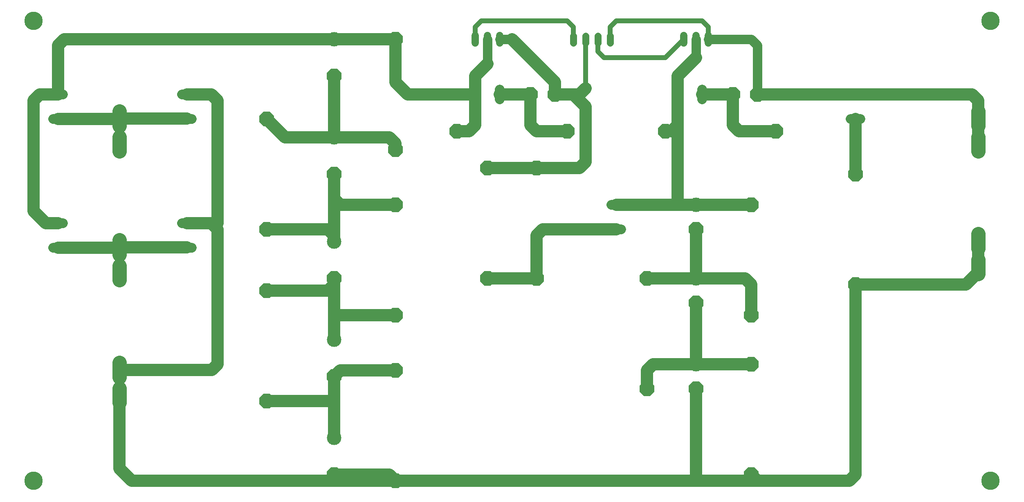
<source format=gbl>
G75*
%MOIN*%
%OFA0B0*%
%FSLAX24Y24*%
%IPPOS*%
%LPD*%
%AMOC8*
5,1,8,0,0,1.08239X$1,22.5*
%
%ADD10C,0.0787*%
%ADD11C,0.1181*%
%ADD12OC8,0.1181*%
%ADD13C,0.1181*%
%ADD14C,0.0594*%
%ADD15C,0.0560*%
%ADD16C,0.1000*%
%ADD17C,0.0760*%
%ADD18C,0.0400*%
%ADD19C,0.1500*%
D10*
X003286Y021716D02*
X004074Y021716D01*
X004074Y023716D02*
X003286Y023716D01*
X013786Y023716D02*
X014574Y023716D01*
X014574Y021716D02*
X013786Y021716D01*
X013786Y032216D02*
X014574Y032216D01*
X014574Y034216D02*
X013786Y034216D01*
X004074Y034216D02*
X003286Y034216D01*
X003286Y032216D02*
X004074Y032216D01*
X037680Y033822D02*
X037680Y034610D01*
X039680Y034610D02*
X039680Y033822D01*
X054180Y033822D02*
X054180Y034610D01*
X056180Y034610D02*
X056180Y033822D01*
X068286Y034216D02*
X069074Y034216D01*
X069074Y032216D02*
X068286Y032216D01*
X049574Y025216D02*
X048786Y025216D01*
X048786Y023216D02*
X049574Y023216D01*
D11*
X078680Y022850D02*
X078680Y021669D01*
X078680Y020763D02*
X078680Y019582D01*
X078680Y029582D02*
X078680Y030763D01*
X078680Y031669D02*
X078680Y032850D01*
X008680Y032850D02*
X008680Y031669D01*
X008680Y030763D02*
X008680Y029582D01*
X008680Y022350D02*
X008680Y021169D01*
X008680Y020263D02*
X008680Y019082D01*
X008680Y012350D02*
X008680Y011169D01*
X008680Y010263D02*
X008680Y009082D01*
D12*
X020680Y009216D03*
X026180Y011216D03*
X031180Y011716D03*
X031180Y016216D03*
X026180Y019216D03*
X020680Y018216D03*
X020680Y023216D03*
X026180Y027716D03*
X031180Y029716D03*
X036180Y031216D03*
X038680Y028216D03*
X042680Y028216D03*
X045180Y031216D03*
X044180Y034216D03*
X042180Y034216D03*
X031180Y038716D03*
X026180Y035716D03*
X020680Y032216D03*
X031180Y025216D03*
X038680Y019216D03*
X042680Y019216D03*
X051680Y019216D03*
X055680Y017216D03*
X060180Y016216D03*
X060180Y012216D03*
X055680Y010216D03*
X051680Y010216D03*
X060180Y003216D03*
X031180Y002716D03*
X026180Y003216D03*
X055680Y023216D03*
X060180Y025216D03*
X068680Y027716D03*
X062180Y031216D03*
X060680Y034216D03*
X058680Y034216D03*
X053180Y031216D03*
X068680Y018716D03*
D13*
X055680Y019216D03*
X055680Y025216D03*
X055680Y012216D03*
X026180Y014216D03*
X026180Y006216D03*
X026180Y022216D03*
X026180Y030716D03*
X026180Y038716D03*
D14*
X037680Y038419D02*
X037680Y039013D01*
X038680Y039013D02*
X038680Y038419D01*
X039680Y038419D02*
X039680Y039013D01*
X054680Y039013D02*
X054680Y038419D01*
X055680Y038419D02*
X055680Y039013D01*
X056680Y039013D02*
X056680Y038419D01*
D15*
X048680Y038436D02*
X048680Y038996D01*
X047680Y038996D02*
X047680Y038436D01*
X046680Y038436D02*
X046680Y038996D01*
X045680Y038996D02*
X045680Y038436D01*
D16*
X043680Y035716D02*
X040680Y038716D01*
X038680Y036716D02*
X037680Y035716D01*
X037680Y034216D01*
X037680Y031716D01*
X037180Y031216D01*
X036180Y031216D01*
X031180Y030216D02*
X031180Y029716D01*
X031180Y030216D02*
X030680Y030716D01*
X026180Y030716D01*
X022180Y030716D01*
X020680Y032216D01*
X016680Y033716D02*
X016680Y023716D01*
X016430Y023466D01*
X016180Y023716D01*
X014180Y023716D01*
X016430Y023466D02*
X016680Y023216D01*
X016680Y012216D01*
X016223Y011759D01*
X008680Y011759D01*
X008680Y009673D02*
X008680Y003716D01*
X009680Y002716D01*
X031180Y002716D01*
X030680Y003216D01*
X026180Y003216D01*
X031180Y002716D02*
X055680Y002716D01*
X055680Y010216D01*
X055680Y012216D02*
X052180Y012216D01*
X051680Y011716D01*
X051680Y010216D01*
X055680Y012216D02*
X060180Y012216D01*
X055680Y012216D02*
X055680Y017216D01*
X055680Y019216D02*
X052180Y019216D01*
X051680Y019216D01*
X055680Y019216D02*
X059680Y019216D01*
X060180Y018716D01*
X060180Y016216D01*
X055680Y019216D02*
X055680Y023216D01*
X055680Y025216D02*
X054180Y025216D01*
X054180Y032216D01*
X054180Y031716D01*
X053680Y031216D01*
X054180Y032216D02*
X054180Y034216D01*
X054180Y035716D01*
X055680Y037216D01*
X056180Y034216D02*
X058180Y034216D01*
X058680Y034216D01*
X058680Y031716D01*
X059180Y031216D01*
X062180Y031216D01*
X060680Y034216D02*
X068680Y034216D01*
X078180Y034216D01*
X078680Y033716D01*
X078680Y032259D01*
X078680Y030173D01*
X068680Y032216D02*
X068680Y027716D01*
X060180Y025216D02*
X055680Y025216D01*
X054180Y025216D01*
X049180Y025216D01*
X049180Y023216D02*
X043180Y023216D01*
X042680Y022716D01*
X042680Y022216D01*
X042680Y019216D01*
X038680Y019216D01*
X031180Y016216D02*
X026180Y016216D01*
X026180Y014216D01*
X026180Y016216D02*
X026180Y019216D01*
X026180Y018716D01*
X025680Y018216D01*
X020680Y018216D01*
X014180Y021759D02*
X008680Y021759D01*
X008680Y021716D02*
X003680Y021716D01*
X003680Y023716D02*
X002680Y023716D01*
X001680Y024716D01*
X001680Y033716D01*
X002180Y034216D01*
X003680Y034216D01*
X003680Y038216D01*
X004180Y038716D01*
X026180Y038716D01*
X031180Y038716D01*
X031180Y035216D01*
X032180Y034216D01*
X037680Y034216D01*
X039680Y034216D02*
X042180Y034216D01*
X042180Y031716D01*
X042680Y031216D01*
X045180Y031216D01*
X046680Y033216D02*
X045680Y034216D01*
X044180Y034216D01*
X044180Y035216D01*
X043680Y035716D01*
X045680Y034216D02*
X046180Y034216D01*
X046680Y034716D01*
X046680Y033216D02*
X046680Y028716D01*
X046180Y028216D01*
X042680Y028216D01*
X038680Y028216D01*
X031180Y025216D02*
X026680Y025216D01*
X026180Y025716D01*
X026180Y027716D01*
X026180Y022716D01*
X025680Y023216D01*
X020680Y023216D01*
X026180Y022716D02*
X026180Y022216D01*
X026180Y030716D02*
X026180Y035716D01*
X016680Y033716D02*
X016180Y034216D01*
X014180Y034216D01*
X014180Y032259D02*
X008680Y032259D01*
X008680Y032216D02*
X003680Y032216D01*
X026180Y011216D02*
X026680Y011716D01*
X031180Y011716D01*
X026180Y011216D02*
X026180Y010716D01*
X026180Y009216D01*
X020680Y009216D01*
X026180Y011216D02*
X026180Y006216D01*
X055680Y002716D02*
X060680Y002716D01*
X060180Y003216D01*
X060680Y002716D02*
X068180Y002716D01*
X068680Y003216D01*
X068680Y018716D01*
X077680Y018716D01*
X078180Y019216D01*
X078680Y019716D01*
X078680Y021716D01*
X078680Y022259D01*
D17*
X060680Y034216D02*
X060680Y038216D01*
X060180Y038716D01*
X056680Y038716D01*
X055680Y038716D02*
X055680Y037216D01*
X053680Y031216D02*
X053180Y031216D01*
X040680Y038716D02*
X039680Y038716D01*
X038680Y038716D02*
X038680Y036716D01*
X014180Y032259D02*
X014180Y032216D01*
X008680Y032216D02*
X008680Y032259D01*
X008680Y031716D01*
X008680Y030173D01*
X008680Y021759D02*
X008680Y019673D01*
X008680Y021716D02*
X008680Y021759D01*
X014180Y021759D02*
X014180Y021716D01*
X008680Y011759D02*
X008680Y011216D01*
X008680Y009673D01*
D18*
X046680Y034716D02*
X046680Y038716D01*
X045680Y038716D02*
X045680Y039716D01*
X045180Y040216D01*
X038180Y040216D01*
X037680Y039716D01*
X037680Y038716D01*
X047680Y038716D02*
X047680Y037716D01*
X048180Y037216D01*
X053180Y037216D01*
X054680Y038716D01*
X056680Y038716D02*
X056680Y039716D01*
X056180Y040216D01*
X049180Y040216D01*
X048680Y039716D01*
X048680Y038716D01*
D19*
X001680Y002716D03*
X001680Y040216D03*
X079680Y040216D03*
X079680Y002716D03*
M02*

</source>
